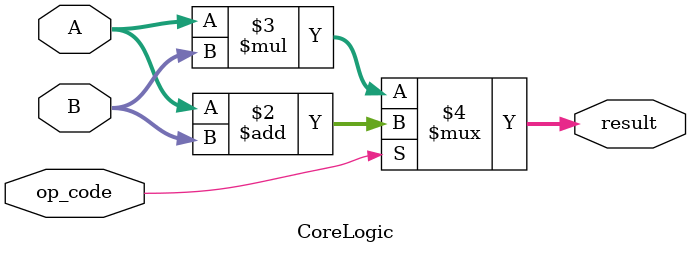
<source format=sv>
`timescale 1ns / 1ps


module CoreLogic(
    input [1:0] A,
    input [1:0] B,
    input op_code,
    output [3:0] result
    );
    assign result = (op_code == 1'b1) ? A + B : A * B;
endmodule

</source>
